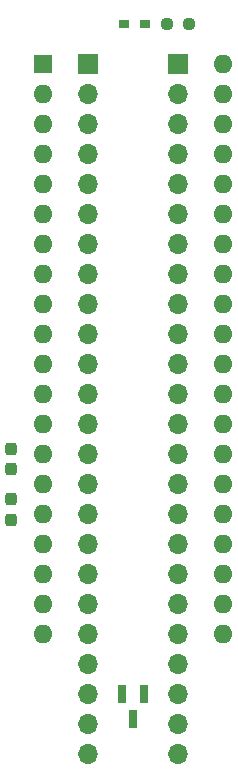
<source format=gbr>
G04 #@! TF.GenerationSoftware,KiCad,Pcbnew,8.0.4+dfsg-1*
G04 #@! TF.CreationDate,2025-02-23T17:26:57+09:00*
G04 #@! TF.ProjectId,bionic-tms99105,62696f6e-6963-42d7-946d-733939313035,2*
G04 #@! TF.SameCoordinates,Original*
G04 #@! TF.FileFunction,Soldermask,Top*
G04 #@! TF.FilePolarity,Negative*
%FSLAX46Y46*%
G04 Gerber Fmt 4.6, Leading zero omitted, Abs format (unit mm)*
G04 Created by KiCad (PCBNEW 8.0.4+dfsg-1) date 2025-02-23 17:26:57*
%MOMM*%
%LPD*%
G01*
G04 APERTURE LIST*
G04 Aperture macros list*
%AMRoundRect*
0 Rectangle with rounded corners*
0 $1 Rounding radius*
0 $2 $3 $4 $5 $6 $7 $8 $9 X,Y pos of 4 corners*
0 Add a 4 corners polygon primitive as box body*
4,1,4,$2,$3,$4,$5,$6,$7,$8,$9,$2,$3,0*
0 Add four circle primitives for the rounded corners*
1,1,$1+$1,$2,$3*
1,1,$1+$1,$4,$5*
1,1,$1+$1,$6,$7*
1,1,$1+$1,$8,$9*
0 Add four rect primitives between the rounded corners*
20,1,$1+$1,$2,$3,$4,$5,0*
20,1,$1+$1,$4,$5,$6,$7,0*
20,1,$1+$1,$6,$7,$8,$9,0*
20,1,$1+$1,$8,$9,$2,$3,0*%
G04 Aperture macros list end*
%ADD10R,0.660400X1.625600*%
%ADD11R,1.600000X1.600000*%
%ADD12O,1.600000X1.600000*%
%ADD13O,1.700000X1.700000*%
%ADD14R,1.700000X1.700000*%
%ADD15R,0.965200X0.762000*%
%ADD16RoundRect,0.237500X-0.250000X-0.237500X0.250000X-0.237500X0.250000X0.237500X-0.250000X0.237500X0*%
%ADD17RoundRect,0.237500X-0.237500X0.300000X-0.237500X-0.300000X0.237500X-0.300000X0.237500X0.300000X0*%
%ADD18RoundRect,0.237500X0.237500X-0.300000X0.237500X0.300000X-0.237500X0.300000X-0.237500X-0.300000X0*%
G04 APERTURE END LIST*
D10*
X114650001Y-128420000D03*
X112749999Y-128420000D03*
X113700000Y-130552000D03*
D11*
X106080000Y-75080000D03*
D12*
X106080000Y-77620000D03*
X106080000Y-80160000D03*
X106080000Y-82700000D03*
X106080000Y-85240000D03*
X106080000Y-87780000D03*
X106080000Y-90320000D03*
X106080000Y-92860000D03*
X106080000Y-95400000D03*
X106080000Y-97940000D03*
X106080000Y-100480000D03*
X106080000Y-103020000D03*
X106080000Y-105560000D03*
X106080000Y-108100000D03*
X106080000Y-110640000D03*
X106080000Y-113180000D03*
X106080000Y-115720000D03*
X106080000Y-118260000D03*
X106080000Y-120800000D03*
X106080000Y-123340000D03*
X121320000Y-123340000D03*
X121320000Y-120800000D03*
X121320000Y-118260000D03*
X121320000Y-115720000D03*
X121320000Y-113180000D03*
X121320000Y-110640000D03*
X121320000Y-108100000D03*
X121320000Y-105560000D03*
X121320000Y-103020000D03*
X121320000Y-100480000D03*
X121320000Y-97940000D03*
X121320000Y-95400000D03*
X121320000Y-92860000D03*
X121320000Y-90320000D03*
X121320000Y-87780000D03*
X121320000Y-85240000D03*
X121320000Y-82700000D03*
X121320000Y-80160000D03*
X121320000Y-77620000D03*
X121320000Y-75080000D03*
D13*
X117510000Y-133500000D03*
X117510000Y-130960000D03*
X117510000Y-128420000D03*
X117510000Y-125880000D03*
X117510000Y-123340000D03*
X117510000Y-120800000D03*
X117510000Y-118260000D03*
X117510000Y-115720000D03*
X117510000Y-113180000D03*
X117510000Y-110640000D03*
X117510000Y-108100000D03*
X117510000Y-105560000D03*
X117510000Y-103020000D03*
X117510000Y-100480000D03*
X117510000Y-97940000D03*
X117510000Y-95400000D03*
X117510000Y-92860000D03*
X117510000Y-90320000D03*
X117510000Y-87780000D03*
X117510000Y-85240000D03*
X117510000Y-82700000D03*
X117510000Y-80160000D03*
X117510000Y-77620000D03*
D14*
X117510000Y-75080000D03*
X109890000Y-75080000D03*
D13*
X109890000Y-77620000D03*
X109890000Y-80160000D03*
X109890000Y-82700000D03*
X109890000Y-85240000D03*
X109890000Y-87780000D03*
X109890000Y-90320000D03*
X109890000Y-92860000D03*
X109890000Y-95400000D03*
X109890000Y-97940000D03*
X109890000Y-100480000D03*
X109890000Y-103020000D03*
X109890000Y-105560000D03*
X109890000Y-108100000D03*
X109890000Y-110640000D03*
X109890000Y-113180000D03*
X109890000Y-115720000D03*
X109890000Y-118260000D03*
X109890000Y-120800000D03*
X109890000Y-123340000D03*
X109890000Y-125880000D03*
X109890000Y-128420000D03*
X109890000Y-130960000D03*
X109890000Y-133500000D03*
D15*
X114703300Y-71651000D03*
X112950700Y-71651000D03*
D16*
X116597500Y-71651000D03*
X118422500Y-71651000D03*
D17*
X103413000Y-111910000D03*
X103413000Y-113635000D03*
D18*
X103413000Y-109343500D03*
X103413000Y-107618500D03*
M02*

</source>
